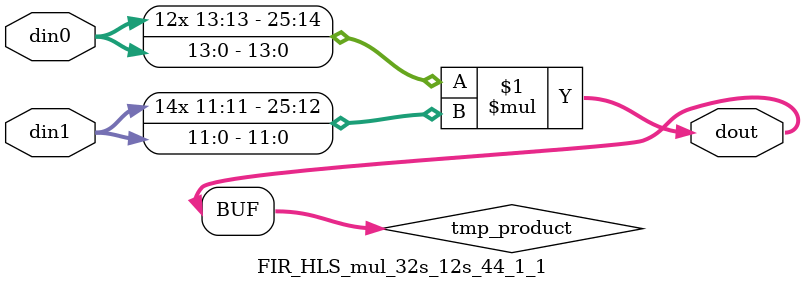
<source format=v>

`timescale 1 ns / 1 ps

 module FIR_HLS_mul_32s_12s_44_1_1(din0, din1, dout);
parameter ID = 1;
parameter NUM_STAGE = 0;
parameter din0_WIDTH = 14;
parameter din1_WIDTH = 12;
parameter dout_WIDTH = 26;

input [din0_WIDTH - 1 : 0] din0; 
input [din1_WIDTH - 1 : 0] din1; 
output [dout_WIDTH - 1 : 0] dout;

wire signed [dout_WIDTH - 1 : 0] tmp_product;



























assign tmp_product = $signed(din0) * $signed(din1);








assign dout = tmp_product;





















endmodule

</source>
